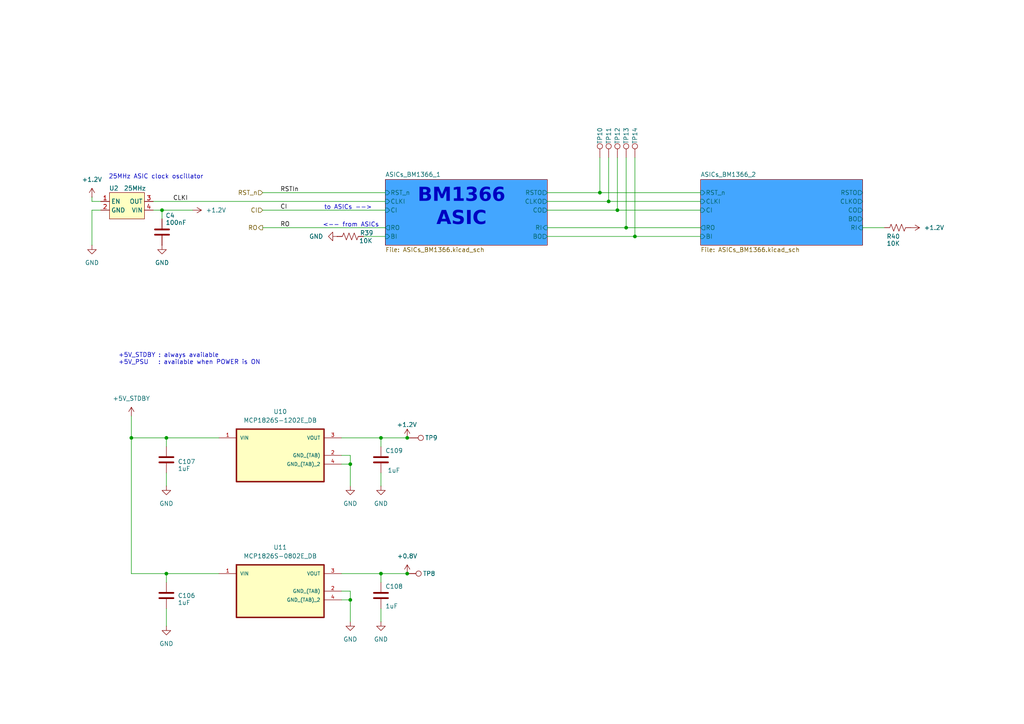
<source format=kicad_sch>
(kicad_sch (version 20231120) (generator "eeschema") (generator_version "8.0")
  (paper "A4")
  (lib_symbols
    (symbol "Connector:TestPoint" (pin_numbers hide) (pin_names (offset 0.762) hide)
      (property "Reference" "TP" (at 0 6.858 0))
      (property "Value" "TestPoint" (at 0 5.08 0))
      (symbol "TestPoint_0_1"
        (circle (center 0 3.302) (radius 0.762))
      )
      (symbol "TestPoint_1_1"
        (pin passive line (at 0 0 90) (length 2.54) (name "1") (number "1"))
      )
    )
    (symbol "Device:C" (pin_numbers hide) (pin_names (offset 0.254))
      (property "Reference" "C" (at 0.635 2.54 0))
      (property "Value" "C" (at 0.635 -2.54 0))
      (symbol "C_0_1"
        (polyline (pts (xy -2.032 -0.762) (xy 2.032 -0.762)) (stroke (width 0.508)))
        (polyline (pts (xy -2.032 0.762) (xy 2.032 0.762)) (stroke (width 0.508)))
      )
      (symbol "C_1_1"
        (pin passive line (at 0 3.81 270) (length 2.794) (name "~") (number "1"))
        (pin passive line (at 0 -3.81 90) (length 2.794) (name "~") (number "2"))
      )
    )
    (symbol "Device:R_US" (pin_numbers hide) (pin_names (offset 0))
      (property "Reference" "R" (at 2.54 0 90))
      (property "Value" "R_US" (at -2.54 0 90))
      (symbol "R_US_0_1"
        (polyline (pts (xy 0 -2.286) (xy 0 -2.54)))
        (polyline (pts (xy 0 2.286) (xy 0 2.54)))
        (polyline (pts (xy 0 -0.762) (xy 1.016 -1.143) (xy 0 -1.524) (xy -1.016 -1.905) (xy 0 -2.286)))
        (polyline (pts (xy 0 0.762) (xy 1.016 0.381) (xy 0 0) (xy -1.016 -0.381) (xy 0 -0.762)))
        (polyline (pts (xy 0 2.286) (xy 1.016 1.905) (xy 0 1.524) (xy -1.016 1.143) (xy 0 0.762)))
      )
      (symbol "R_US_1_1"
        (pin passive line (at 0 3.81 270) (length 1.27) (name "~") (number "1"))
        (pin passive line (at 0 -3.81 90) (length 1.27) (name "~") (number "2"))
      )
    )
    (symbol "EKO_Miner_ASIClib:MCP1826S-0802E_DB" (pin_names (offset 1.016))
      (property "Reference" "U" (at -12.7 10.668 0))
      (property "Value" "MCP1826S-0802E_DB" (at -12.7 8.636 0))
      (property "P/N MOUSER" "579-MCP1826S-0802EDB" (at 0 0 0))
      (symbol "MCP1826S-0802E_DB_0_0"
        (rectangle (start -12.7 -7.62) (end 12.7 7.62) (stroke (width 0.41)) (fill (type background)))
        (pin input line (at -17.78 5.08 0) (length 5.08) (name "VIN") (number "1"))
        (pin power_in line (at 17.78 0 180) (length 5.08) (name "GND_(TAB)") (number "2"))
        (pin output line (at 17.78 5.08 180) (length 5.08) (name "VOUT") (number "3"))
        (pin power_in line (at 17.78 -2.54 180) (length 5.08) (name "GND_(TAB)_2") (number "4"))
      )
    )
    (symbol "EKO_Miner_ASIClib:MCP1826S-1802E_DB" (pin_names (offset 1.016))
      (property "Reference" "U" (at -12.7 10.668 0))
      (property "Value" "MCP1826S-1802E_DB" (at -12.7 8.636 0))
      (property "P/N MOUSER" "579-MCP1826S-1802EDB" (at 0 0 0))
      (symbol "MCP1826S-1802E_DB_0_0"
        (rectangle (start -12.7 -7.62) (end 12.7 7.62) (stroke (width 0.41)) (fill (type background)))
        (pin input line (at -17.78 5.08 0) (length 5.08) (name "VIN") (number "1"))
        (pin power_in line (at 17.78 0 180) (length 5.08) (name "GND_(TAB)") (number "2"))
        (pin output line (at 17.78 5.08 180) (length 5.08) (name "VOUT") (number "3"))
        (pin power_in line (at 17.78 -2.54 180) (length 5.08) (name "GND_(TAB)_2") (number "4"))
      )
    )
    (symbol "bitaxe:oscillator"
      (property "Reference" "U" (at -3.81 5.08 0))
      (property "Value" "oscillator" (at 0 -5.08 0))
      (symbol "oscillator_0_1"
        (rectangle (start -5.08 3.81) (end 5.08 -3.81) (stroke (width 0.1524)) (fill (type background)))
      )
      (symbol "oscillator_1_0"
        (pin bidirectional line (at -7.62 1.27 0) (length 2.54) (name "EN") (number "1"))
        (pin bidirectional line (at -7.62 -1.27 0) (length 2.54) (name "GND") (number "2"))
        (pin bidirectional line (at 7.62 1.27 180) (length 2.54) (name "OUT") (number "3"))
        (pin bidirectional line (at 7.62 -1.27 180) (length 2.54) (name "VIN") (number "4"))
      )
    )
    (symbol "power:+3.3V" (power) (pin_names (offset 0))
      (property "Value" "+3.3V" (at 0 3.556 0))
      (symbol "+3.3V_0_1"
        (polyline (pts (xy -0.762 1.27) (xy 0 2.54)))
        (polyline (pts (xy 0 0) (xy 0 2.54)))
        (polyline (pts (xy 0 2.54) (xy 0.762 1.27)))
      )
      (symbol "+3.3V_1_1"
        (pin power_in line (at 0 0 90) (length 0) hide (name "+3.3V") (number "1"))
      )
    )
    (symbol "power:GND" (power) (pin_numbers hide) (pin_names (offset 0) hide)
      (property "Value" "GND" (at 0 -3.81 0))
      (symbol "GND_0_1"
        (polyline (pts (xy 0 0) (xy 0 -1.27) (xy 1.27 -1.27) (xy 0 -2.54) (xy -1.27 -1.27) (xy 0 -1.27)))
      )
      (symbol "GND_1_1"
        (pin power_in line (at 0 0 270) (length 0) (name "~") (number "1"))
      )
    )
    (symbol "power:VDD" (power) (pin_numbers hide) (pin_names (offset 0) hide)
      (property "Value" "VDD" (at 0 3.556 0))
      (symbol "VDD_0_1"
        (polyline (pts (xy -0.762 1.27) (xy 0 2.54)))
        (polyline (pts (xy 0 0) (xy 0 2.54)))
        (polyline (pts (xy 0 2.54) (xy 0.762 1.27)))
      )
      (symbol "VDD_1_1"
        (pin power_in line (at 0 0 90) (length 0) (name "~") (number "1"))
      )
    )
  )
  (junction (at 46.99 60.96))
  (junction (at 118.11 166.37))
  (junction (at 179.07 60.96))
  (junction (at 101.6 134.62))
  (junction (at 110.49 166.37))
  (junction (at 48.26 166.37))
  (junction (at 173.99 55.88))
  (junction (at 118.11 127))
  (junction (at 176.53 58.42))
  (junction (at 184.15 68.58))
  (junction (at 48.26 127))
  (junction (at 110.49 127) (diameter 0.9144))
  (junction (at 38.1 127))
  (junction (at 181.61 66.04))
  (junction (at 101.6 173.99))
  (wire (pts (xy 99.06 171.45) (xy 101.6 171.45)))
  (wire (pts (xy 26.67 58.42) (xy 29.21 58.42)))
  (wire (pts (xy 110.49 166.37) (xy 110.49 168.91)))
  (wire (pts (xy 48.26 137.16) (xy 48.26 140.97)))
  (wire (pts (xy 46.99 60.96) (xy 55.88 60.96)))
  (wire (pts (xy 179.07 45.72) (xy 179.07 60.96)))
  (wire (pts (xy 176.53 58.42) (xy 203.2 58.42)))
  (wire (pts (xy 76.2 66.04) (xy 111.76 66.04)))
  (wire (pts (xy 158.75 68.58) (xy 184.15 68.58)))
  (wire (pts (xy 110.49 127) (xy 118.11 127)))
  (wire (pts (xy 110.49 180.34) (xy 110.49 176.53)))
  (wire (pts (xy 26.67 60.96) (xy 29.21 60.96)))
  (wire (pts (xy 48.26 127) (xy 48.26 129.54)))
  (wire (pts (xy 101.6 134.62) (xy 101.6 140.97)))
  (wire (pts (xy 176.53 45.72) (xy 176.53 58.42)))
  (wire (pts (xy 101.6 180.34) (xy 101.6 173.99)))
  (wire (pts (xy 158.75 60.96) (xy 179.07 60.96)))
  (wire (pts (xy 99.06 166.37) (xy 110.49 166.37)))
  (wire (pts (xy 26.67 58.42) (xy 26.67 57.15)))
  (wire (pts (xy 99.06 173.99) (xy 101.6 173.99)))
  (wire (pts (xy 48.26 127) (xy 63.5 127)))
  (wire (pts (xy 184.15 68.58) (xy 203.2 68.58)))
  (wire (pts (xy 101.6 132.08) (xy 99.06 132.08)))
  (wire (pts (xy 44.45 58.42) (xy 111.76 58.42)))
  (wire (pts (xy 26.67 60.96) (xy 26.67 71.12)))
  (wire (pts (xy 173.99 45.72) (xy 173.99 55.88)))
  (wire (pts (xy 158.75 55.88) (xy 173.99 55.88)))
  (wire (pts (xy 48.26 166.37) (xy 63.5 166.37)))
  (wire (pts (xy 46.99 60.96) (xy 46.99 63.5)))
  (wire (pts (xy 76.2 60.96) (xy 111.76 60.96)))
  (wire (pts (xy 184.15 45.72) (xy 184.15 68.58)))
  (wire (pts (xy 110.49 166.37) (xy 118.11 166.37)))
  (wire (pts (xy 118.11 127) (xy 118.745 127)))
  (wire (pts (xy 173.99 55.88) (xy 203.2 55.88)))
  (wire (pts (xy 179.07 60.96) (xy 203.2 60.96)))
  (wire (pts (xy 99.06 127) (xy 110.49 127)))
  (wire (pts (xy 38.1 120.65) (xy 38.1 127)))
  (wire (pts (xy 181.61 45.72) (xy 181.61 66.04)))
  (wire (pts (xy 44.45 60.96) (xy 46.99 60.96)))
  (wire (pts (xy 101.6 173.99) (xy 101.6 171.45)))
  (wire (pts (xy 38.1 127) (xy 48.26 127)))
  (wire (pts (xy 76.2 55.88) (xy 111.76 55.88)))
  (wire (pts (xy 110.49 127) (xy 110.49 129.54)))
  (wire (pts (xy 38.1 127) (xy 38.1 166.37)))
  (wire (pts (xy 158.75 58.42) (xy 176.53 58.42)))
  (wire (pts (xy 99.06 134.62) (xy 101.6 134.62)))
  (wire (pts (xy 38.1 166.37) (xy 48.26 166.37)))
  (wire (pts (xy 250.19 66.04) (xy 256.54 66.04)))
  (wire (pts (xy 181.61 66.04) (xy 203.2 66.04)))
  (wire (pts (xy 105.41 68.58) (xy 111.76 68.58)))
  (wire (pts (xy 48.26 166.37) (xy 48.26 168.91)))
  (wire (pts (xy 48.26 181.61) (xy 48.26 176.53)))
  (wire (pts (xy 158.75 66.04) (xy 181.61 66.04)))
  (wire (pts (xy 101.6 132.08) (xy 101.6 134.62)))
  (wire (pts (xy 110.49 137.16) (xy 110.49 140.97)))
  (text "to ASICs -->" (at 93.98 60.198 0) (effects (font (size 1.27 1.27)) (justify left)))
  (text "25MHz ASIC clock oscillator" (at 31.496 52.07 0) (effects (font (size 1.27 1.27)) (justify left bottom)))
  (text "<-- from ASICs" (at 109.982 65.278 0) (effects (font (size 1.27 1.27)) (justify right)))
  (text "BM1366\nASIC" (at 133.858 61.214 0) (effects (font (size 4 4) (thickness 0.8) (bold yes))))
  (text "+5V_STDBY : always available\n+5V_PSU   : available when POWER is ON" (at 34.29 104.14 0) (effects (font (size 1.27 1.27)) (justify left)))
  (label "CI" (at 81.28 60.96 0))
  (label "RO" (at 81.28 66.04 0))
  (label "RSTIn" (at 81.28 55.88 0))
  (label "CLKI" (at 50.165 58.42 0))
  (hierarchical_label "RO" (shape output) (at 76.2 66.04 180))
  (hierarchical_label "CI" (shape input) (at 76.2 60.96 180))
  (hierarchical_label "RST_n" (shape input) (at 76.2 55.88 180))
  (symbol (lib_id "power:GND") (at 48.26 140.97 0) (unit 1)
    (property "Reference" "#PWR0199" (effects (hide yes)))
    (property "Value" "GND" (at 48.26 146.05 0))
    (property "Description" "Power symbol creates a global label with name \"GND\" , ground" (effects (hide yes)))
  )
  (symbol (lib_id "Device:R_US") (at 260.35 66.04 270) (unit 1)
    (property "Reference" "R40" (at 259.08 68.58 90))
    (property "Value" "10K" (at 259.08 70.612 90))
    (property "Footprint" "Resistor_SMD:R_0402_1005Metric" (effects (hide yes)))
  )
  (symbol (lib_id "power:GND") (at 110.49 180.34 0) (unit 1)
    (property "Reference" "#PWR0203" (effects (hide yes)))
    (property "Value" "GND" (at 110.49 185.42 0))
    (property "Description" "Power symbol creates a global label with name \"GND\" , ground" (effects (hide yes)))
  )
  (symbol (lib_id "Device:C") (at 48.26 133.35 0) (unit 1)
    (property "Reference" "C107" (at 51.562 134.62 0) (effects (justify left bottom)))
    (property "Value" "1uF" (at 51.562 136.652 0) (effects (justify left bottom)))
    (property "Footprint" "Capacitor_SMD:C_0805_2012Metric_Pad1.18x1.45mm_HandSolder" (effects (hide yes)))
  )
  (symbol (lib_id "Connector:TestPoint") (at 176.53 45.72 0) (unit 1) (in_bom no)
    (property "Reference" "TP11" (at 176.53 39.37 90))
    (property "Value" "TestPoint" (effects (hide yes)))
    (property "Footprint" "TestPoint:TestPoint_Pad_D1.0mm" (effects (hide yes)))
  )
  (symbol (lib_id "power:GND") (at 97.79 68.58 270) (unit 1)
    (property "Reference" "#PWR0200" (effects (hide yes)))
    (property "Value" "GND" (at 91.694 68.58 90))
    (property "Description" "Power symbol creates a global label with name \"GND\" , ground" (effects (hide yes)))
  )
  (symbol (lib_id "power:GND") (at 48.26 181.61 0) (unit 1)
    (property "Reference" "#PWR0198" (effects (hide yes)))
    (property "Value" "GND" (at 48.26 186.69 0))
    (property "Description" "Power symbol creates a global label with name \"GND\" , ground" (effects (hide yes)))
  )
  (symbol (lib_id "Device:C") (at 110.49 172.72 0) (unit 1)
    (property "Reference" "C108" (at 111.76 170.815 0) (effects (justify left bottom)))
    (property "Value" "1uF" (at 111.76 176.53 0) (effects (justify left bottom)))
    (property "Footprint" "Capacitor_SMD:C_0805_2012Metric_Pad1.18x1.45mm_HandSolder" (effects (hide yes)))
  )
  (symbol (lib_id "Device:C") (at 48.26 172.72 0) (unit 1)
    (property "Reference" "C106" (at 51.562 173.482 0) (effects (justify left bottom)))
    (property "Value" "1uF" (at 51.562 175.514 0) (effects (justify left bottom)))
    (property "Footprint" "Capacitor_SMD:C_0805_2012Metric_Pad1.18x1.45mm_HandSolder" (effects (hide yes)))
  )
  (symbol (lib_id "power:GND") (at 110.49 140.97 0) (unit 1)
    (property "Reference" "#PWR0204" (effects (hide yes)))
    (property "Value" "GND" (at 110.49 146.05 0))
    (property "Description" "Power symbol creates a global label with name \"GND\" , ground" (effects (hide yes)))
  )
  (symbol (lib_id "power:GND") (at 26.67 71.12 0) (unit 1)
    (property "Reference" "#PWR073" (effects (hide yes)))
    (property "Value" "GND" (at 26.67 76.2 0))
    (property "Description" "Power symbol creates a global label with name \"GND\" , ground" (effects (hide yes)))
  )
  (symbol (lib_id "Connector:TestPoint") (at 184.15 45.72 0) (mirror y) (unit 1) (in_bom no)
    (property "Reference" "TP14" (at 184.15 39.37 90))
    (property "Value" "TestPoint" (effects (hide yes)))
    (property "Footprint" "TestPoint:TestPoint_Pad_D1.0mm" (effects (hide yes)))
  )
  (symbol (lib_id "EKO_Miner_ASIClib:MCP1826S-1802E_DB") (at 81.28 132.08 0) (unit 1)
    (property "Reference" "U10" (at 81.28 119.38 0))
    (property "Value" "MCP1826S-1202E_DB" (at 81.28 121.92 0))
    (property "Footprint" "EKO_Miner_ASIClib:MCP1826S" (effects (hide yes)))
    (property "MF" "Microchip" (effects (hide yes)))
    (property "Description_1" "\nIC,LINEAR REGULATOR;MAX. INPUT,6V;OUTPUT,1.2V;1000MA;ACCURACY,0.5%;SOT223-3 | Microchip Technology Inc. MCP1826S-1202E/DB\n" (effects (hide yes)))
    (property "Package" "SOT-223 Microchip Technology" (effects (hide yes)))
    (property "Price" "None" (effects (hide yes)))
    (property "SnapEDA_Link" "https://www.snapeda.com/parts/MCP1826S-1802E/DB/Microchip/view-part/?ref=snap" (effects (hide yes)))
    (property "MP" "MCP1826S-1802E/DB" (effects (hide yes)))
    (property "Purchase-URL" "https://www.snapeda.com/api/url_track_click_mouser/?unipart_id=142747&manufacturer=Microchip&part_name=MCP1826S-1802E/DB&search_term=mcp1826s" (effects (hide yes)))
    (property "Availability" "In Stock" (effects (hide yes)))
    (property "Check_prices" "https://www.snapeda.com/parts/MCP1826S-1802E/DB/Microchip/view-part/?ref=eda" (effects (hide yes)))
    (property "P/N MOUSER" "579-MCP1826S-1802EDB" (effects (hide yes)))
  )
  (symbol (lib_id "Connector:TestPoint") (at 173.99 45.72 0) (unit 1) (in_bom no)
    (property "Reference" "TP10" (at 173.99 39.37 90))
    (property "Value" "TestPoint" (effects (hide yes)))
    (property "Footprint" "TestPoint:TestPoint_Pad_D1.0mm" (effects (hide yes)))
  )
  (symbol (lib_id "power:GND") (at 101.6 140.97 0) (unit 1)
    (property "Reference" "#PWR0201" (effects (hide yes)))
    (property "Value" "GND" (at 101.6 146.05 0))
    (property "Description" "Power symbol creates a global label with name \"GND\" , ground" (effects (hide yes)))
  )
  (symbol (lib_id "power:VDD") (at 26.67 57.15 0) (unit 1)
    (property "Reference" "#PWR072" (effects (hide yes)))
    (property "Value" "+1.2V" (at 26.67 52.07 0))
    (property "Description" "Power symbol creates a global label with name \"VDD\"" (effects (hide yes)))
  )
  (symbol (lib_id "Connector:TestPoint") (at 118.745 127 270) (mirror x) (unit 1) (in_bom no)
    (property "Reference" "TP9" (at 125.095 127 90))
    (property "Value" "TestPoint" (effects (hide yes)))
    (property "Footprint" "TestPoint:TestPoint_Pad_D1.0mm" (effects (hide yes)))
  )
  (symbol (lib_id "Connector:TestPoint") (at 118.11 166.37 270) (mirror x) (unit 1) (in_bom no)
    (property "Reference" "TP8" (at 124.46 166.37 90))
    (property "Value" "TestPoint" (effects (hide yes)))
    (property "Footprint" "TestPoint:TestPoint_Pad_D1.0mm" (effects (hide yes)))
  )
  (symbol (lib_id "bitaxe:oscillator") (at 36.83 59.69 0) (unit 1)
    (property "Reference" "U2" (at 33.02 54.61 0))
    (property "Value" "25MHz" (at 39.116 54.61 0))
    (property "Footprint" "Oscillator:Oscillator_SMD_Abracon_ASE-4Pin_3.2x2.5mm" (effects (hide yes)))
    (property "Datasheet" "https://www.jauch.com/downloadfile/5ef1edcfb8e2f73163c8ce8009ef659d1/jo32-1.8-3.3v.pdf" (effects (hide yes)))
  )
  (symbol (lib_id "power:VDD") (at 55.88 60.96 270) (unit 1)
    (property "Reference" "#PWR080" (effects (hide yes)))
    (property "Value" "+1.2V" (at 59.69 60.9599 90) (effects (justify left)))
    (property "Description" "Power symbol creates a global label with name \"VDD\"" (effects (hide yes)))
  )
  (symbol (lib_id "Device:C") (at 110.49 133.35 0) (unit 1)
    (property "Reference" "C109" (at 111.76 131.445 0) (effects (justify left bottom)))
    (property "Value" "1uF" (at 112.395 137.16 0) (effects (justify left bottom)))
    (property "Footprint" "Capacitor_SMD:C_0805_2012Metric_Pad1.18x1.45mm_HandSolder" (effects (hide yes)))
  )
  (symbol (lib_id "Connector:TestPoint") (at 179.07 45.72 0) (mirror y) (unit 1) (in_bom no)
    (property "Reference" "TP12" (at 179.07 39.37 90))
    (property "Value" "TestPoint" (effects (hide yes)))
    (property "Footprint" "TestPoint:TestPoint_Pad_D1.0mm" (effects (hide yes)))
  )
  (symbol (lib_id "Connector:TestPoint") (at 181.61 45.72 0) (unit 1) (in_bom no)
    (property "Reference" "TP13" (at 181.61 39.37 90))
    (property "Value" "TestPoint" (effects (hide yes)))
    (property "Footprint" "TestPoint:TestPoint_Pad_D1.0mm" (effects (hide yes)))
  )
  (symbol (lib_id "Device:C") (at 46.99 67.31 0) (unit 1)
    (property "Reference" "C4" (at 48.006 63.246 0) (effects (justify left bottom)))
    (property "Value" "100nF" (at 48.006 65.278 0) (effects (justify left bottom)))
    (property "Footprint" "Capacitor_SMD:C_0805_2012Metric_Pad1.18x1.45mm_HandSolder" (effects (hide yes)))
  )
  (symbol (lib_id "EKO_Miner_ASIClib:MCP1826S-0802E_DB") (at 81.28 171.45 0) (unit 1)
    (property "Reference" "U11" (at 81.28 158.75 0))
    (property "Value" "MCP1826S-0802E_DB" (at 81.28 161.29 0))
    (property "Footprint" "EKO_Miner_ASIClib:MCP1826S" (effects (hide yes)))
    (property "MF" "Microchip" (effects (hide yes)))
    (property "Description_1" "\nIC,LINEAR REGULATOR;MAX. INPUT,6V;OUTPUT,1.8V;1000MA;ACCURACY,0.5%;SOT223-3 | Microchip Technology Inc. MCP1826S-1802E/DB\n" (effects (hide yes)))
    (property "Package" "SOT-223 Microchip Technology" (effects (hide yes)))
    (property "Price" "None" (effects (hide yes)))
    (property "SnapEDA_Link" "https://www.snapeda.com/parts/MCP1826S-1802E/DB/Microchip/view-part/?ref=snap" (effects (hide yes)))
    (property "MP" "MCP1826S-1802E/DB" (effects (hide yes)))
    (property "Purchase-URL" "https://www.snapeda.com/api/url_track_click_mouser/?unipart_id=142747&manufacturer=Microchip&part_name=MCP1826S-1802E/DB&search_term=mcp1826s" (effects (hide yes)))
    (property "Availability" "In Stock" (effects (hide yes)))
    (property "Check_prices" "https://www.snapeda.com/parts/MCP1826S-1802E/DB/Microchip/view-part/?ref=eda" (effects (hide yes)))
    (property "P/N MOUSER" "579-MCP1826S-0802EDB" (effects (hide yes)))
  )
  (symbol (lib_id "power:VDD") (at 118.11 166.37 0) (unit 1)
    (property "Reference" "#PWR0206" (effects (hide yes)))
    (property "Value" "+0.8V" (at 118.11 161.29 0))
    (property "Description" "Power symbol creates a global label with name \"VDD\"" (effects (hide yes)))
  )
  (symbol (lib_id "power:VDD") (at 118.11 127 0) (unit 1)
    (property "Reference" "#PWR0205" (effects (hide yes)))
    (property "Value" "+1.2V" (at 115.062 123.19 0) (effects (justify left)))
    (property "Description" "Power symbol creates a global label with name \"VDD\"" (effects (hide yes)))
  )
  (symbol (lib_id "power:VDD") (at 264.16 66.04 270) (unit 1)
    (property "Reference" "#PWR0207" (effects (hide yes)))
    (property "Value" "+1.2V" (at 267.97 66.0399 90) (effects (justify left)))
    (property "Description" "Power symbol creates a global label with name \"VDD\"" (effects (hide yes)))
  )
  (symbol (lib_id "power:+3.3V") (at 38.1 120.65 0) (unit 1)
    (property "Reference" "#PWR0197" (effects (hide yes)))
    (property "Value" "+5V_STDBY" (at 38.1 115.57 0))
  )
  (symbol (lib_id "power:GND") (at 101.6 180.34 0) (unit 1)
    (property "Reference" "#PWR0202" (effects (hide yes)))
    (property "Value" "GND" (at 101.6 185.42 0))
    (property "Description" "Power symbol creates a global label with name \"GND\" , ground" (effects (hide yes)))
  )
  (symbol (lib_id "power:GND") (at 46.99 71.12 0) (unit 1)
    (property "Reference" "#PWR079" (effects (hide yes)))
    (property "Value" "GND" (at 46.99 76.2 0))
    (property "Description" "Power symbol creates a global label with name \"GND\" , ground" (effects (hide yes)))
  )
  (symbol (lib_id "Device:R_US") (at 101.6 68.58 90) (unit 1)
    (property "Reference" "R39" (at 104.394 67.564 90) (effects (justify right)))
    (property "Value" "10K" (at 104.14 69.85 90) (effects (justify right)))
    (property "Footprint" "Resistor_SMD:R_0402_1005Metric" (effects (hide yes)))
  )
  (sheet (at 111.76 52.07) (size 46.99 19.05) (stroke (width 0.1524)) (fill (color 67 166 255 1.0000))
    (property "Sheetname" "ASICs_BM1366_1" (at 111.76 51.3584 0) (effects (justify left bottom)))
    (property "Sheetfile" "ASICs_BM1366.kicad_sch" (at 111.76 71.7046 0) (effects (justify left top)))
    (pin "RST_n" input (at 111.76 55.88 180))
    (pin "BI" input (at 111.76 68.58 180))
    (pin "CLKI" input (at 111.76 58.42 180))
    (pin "RO" output (at 111.76 66.04 180))
    (pin "CI" input (at 111.76 60.96 180))
    (pin "RI" input (at 158.75 66.04 0))
    (pin "BO" output (at 158.75 68.58 0))
    (pin "CLKO" output (at 158.75 58.42 0))
    (pin "RSTO" output (at 158.75 55.88 0))
    (pin "CO" output (at 158.75 60.96 0))
  )
  (sheet (at 203.2 52.07) (size 46.99 19.05) (stroke (width 0.1524)) (fill (color 67 166 255 1.0000))
    (property "Sheetname" "ASICs_BM1366_2" (at 203.2 51.3584 0) (effects (justify left bottom)))
    (property "Sheetfile" "ASICs_BM1366.kicad_sch" (at 203.2 71.7046 0) (effects (justify left top)))
    (pin "RST_n" input (at 203.2 55.88 180))
    (pin "BI" input (at 203.2 68.58 180))
    (pin "CLKI" input (at 203.2 58.42 180))
    (pin "RO" output (at 203.2 66.04 180))
    (pin "CI" input (at 203.2 60.96 180))
    (pin "RI" input (at 250.19 66.04 0))
    (pin "BO" output (at 250.19 63.5 0))
    (pin "CLKO" output (at 250.19 58.42 0))
    (pin "RSTO" output (at 250.19 55.88 0))
    (pin "CO" output (at 250.19 60.96 0))
  )
)
</source>
